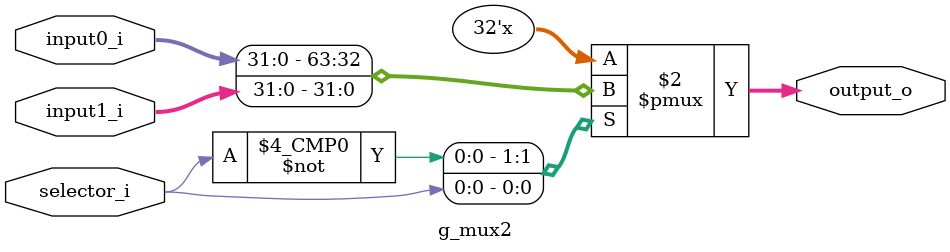
<source format=v>
module g_mux2(
	input [31:0] input0_i,
	input [31:0] input1_i,
	input [0:0] selector_i,
	output reg [31:0] output_o
);
	always @(*) begin
		case(selector_i)
			1'b0: output_o <= input0_i;
			1'b1: output_o <= input1_i;
		endcase
	end
endmodule


</source>
